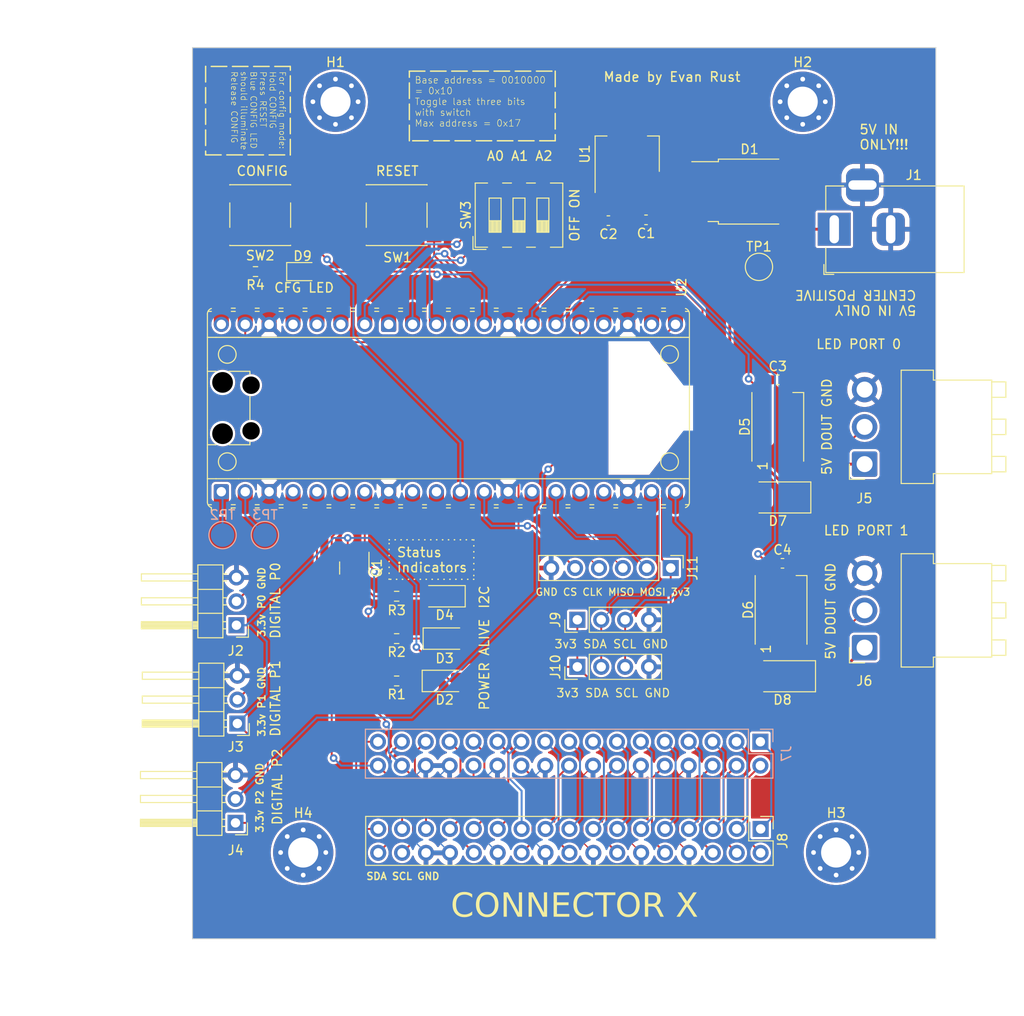
<source format=kicad_pcb>
(kicad_pcb (version 20221018) (generator pcbnew)
  (layers (0 "F.Cu" signal) (31 "B.Cu" signal) (34 "B.Paste" user) (35 "F.Paste" user) (36 "B.SilkS" user "B.Silkscreen") (37 "F.SilkS" user "F.Silkscreen") (38 "B.Mask" user) (39 "F.Mask" user) (44 "Edge.Cuts" user))
  (net 0 "")
  (net 1 "+5V")
  (net 2 "GND")
  (net 3 "+3.3V")
  (net 4 "Net-(D5-VDD)")
  (net 5 "Net-(D6-VDD)")
  (net 6 "Net-(D1-A)")
  (net 7 "Net-(D2-K)")
  (net 8 "Net-(D3-K)")
  (net 9 "/PICO_ALV")
  (net 10 "Net-(D4-A)")
  (net 11 "Net-(D5-DOUT)")
  (net 12 "/MCU/LED0")
  (net 13 "Net-(D6-DOUT)")
  (net 14 "/MCU/LED1")
  (net 15 "Net-(D9-K)")
  (net 16 "/MCU/CFG_LED")
  (net 17 "/MCU/GPIO2")
  (net 18 "/MCU/GPIO3")
  (net 19 "/MCU/GPIO16")
  (net 20 "/RIO_connector/MXP_+5V")
  (net 21 "/RIO_connector/MXP_AO0")
  (net 22 "/RIO_connector/MXP_AI0")
  (net 23 "/RIO_connector/MXP_AO1")
  (net 24 "/RIO_connector/MXP_AI1")
  (net 25 "AGND")
  (net 26 "/RIO_connector/MXP_AI2")
  (net 27 "/RIO_connector/MXP_AI3")
  (net 28 "/RIO_connector/MXP_NAVX_UART_RX")
  (net 29 "/RIO_connector/MXP_DIO0")
  (net 30 "/RIO_connector/MXP_DIO1")
  (net 31 "/RIO_connector/MXP_NAVX_UART_TX")
  (net 32 "/RIO_connector/MXP_DIO2")
  (net 33 "/RIO_connector/MXP_DIO3")
  (net 34 "/RIO_connector/MXP_DIO11")
  (net 35 "/RIO_connector/MXP_NAVX_CS")
  (net 36 "/RIO_connector/MXP_SPI_CLK")
  (net 37 "/RIO_connector/MXP_DIO12")
  (net 38 "/RIO_connector/MXP_CIPO")
  (net 39 "/RIO_connector/MXP_SPI_COPI")
  (net 40 "/RIO_connector/MXP_DIO13")
  (net 41 "/RIO_connector/MXP_PWM0")
  (net 42 "/RIO_connector/MXP_PWM1")
  (net 43 "/RIO_connector/MXP_PWM2")
  (net 44 "/I2C0_SCL")
  (net 45 "/RIO_connector/MXP_+3.3V")
  (net 46 "/MCU/I2C0_SDA")
  (net 47 "/MCU/I2C1_SDA")
  (net 48 "/MCU/I2C1_SCL")
  (net 49 "/MCU/SPI1_MOSI")
  (net 50 "/MCU/SPI1_MISO")
  (net 51 "/MCU/SPI1_CLK")
  (net 52 "/MCU/SPI1_CS")
  (net 53 "Net-(Q1-D)")
  (net 54 "/MCU/RST_SW")
  (net 55 "/MCU/CGF_SETUP")
  (net 56 "/MCU/I2C0_ADDR0")
  (net 57 "/MCU/I2C0_ADDR1")
  (net 58 "/MCU/I2C0_ADDR2")
  (net 59 "/MCU/UART_TX")
  (net 60 "/MCU/UART_RX")
  (net 63 "/MCU/GPIO13")
  (net 64 "/MCU/GPIO17")
  (net 65 "/MCU/GPIO18")
  (footprint "Connector_PinHeader_2.54mm:PinHeader_1x04_P2.54mm_Vertical" (layer "F.Cu") (at 157.7 111.5 90)
    (fp_text reference "J10")
    (fp_text value "I2C 1" hide)
  )
  (footprint "LED_SMD:LED_1206_3216Metric" (layer "F.Cu") (at 143.5 113)
    (fp_text reference "D2")
    (fp_text value "PWR")
  )
  (footprint "Diode_SMD:D_SMA" (layer "F.Cu") (at 179.5 112.5 180)
    (fp_text reference "D8")
    (fp_text value "D_Schottky" hide)
  )
  (footprint "Resistor_SMD:R_0603_1608Metric" (layer "F.Cu") (at 138.5 104)
    (fp_text reference "R3")
    (fp_text value "470" hide)
  )
  (footprint "Button_Switch_SMD:SW_SPST_PTS645" (layer "F.Cu") (at 138.5 63.5)
    (fp_text reference "SW1")
    (fp_text value "RST" hide)
  )
  (footprint "TestPoint:TestPoint_Pad_D2.5mm" (layer "F.Cu") (at 177 69)
    (fp_text reference "TP1")
    (fp_text value "TestPoint" hide)
  )
  (footprint "Resistor_SMD:R_0603_1608Metric" (layer "F.Cu") (at 138.5 108.5 180)
    (fp_text reference "R2")
    (fp_text value "220" hide)
  )
  (footprint "MountingHole:MountingHole_3.2mm_M3_Pad_Via" (layer "F.Cu") (at 181.65 51.45)
    (fp_text reference "H2")
    (fp_text value "MountingHole" hide)
  )
  (footprint "Connector_PinHeader_2.54mm:PinHeader_2x17_P2.54mm_Vertical" (layer "F.Cu") (at 177.18 128.725 -90)
    (fp_text reference "J8")
    (fp_text value "Top side")
  )
  (footprint "LED_SMD:LED_1206_3216Metric" (layer "F.Cu") (at 143.6 108.5)
    (fp_text reference "D3")
    (fp_text value "ALV")
  )
  (footprint "Package_TO_SOT_SMD:TO-252-2" (layer "F.Cu") (at 176 61)
    (fp_text reference "D1")
    (fp_text value "MBRD1060")
  )
  (footprint "Diode_SMD:D_SMA" (layer "F.Cu") (at 179 93.5 180)
    (fp_text reference "D7")
    (fp_text value "D_Schottky" hide)
  )
  (footprint "LED_SMD:LED_WS2812B_PLCC4_5.0x5.0mm_P3.2mm" (layer "F.Cu") (at 179.35 105.45 90)
    (fp_text reference "D6")
    (fp_text value "WS2812B" hide)
  )
  (footprint "Connector_JST:JST_VH_B3PS-VH_1x03_P3.96mm_Horizontal" (layer "F.Cu") (at 188.225 89.96 90)
    (fp_text reference "J5")
    (fp_text value "Conn_01x03_Socket")
  )
  (footprint "Connector_PinHeader_2.54mm:PinHeader_1x04_P2.54mm_Vertical" (layer "F.Cu") (at 157.7 106.5 90)
    (fp_text reference "J9")
    (fp_text value "I2C 0" hide)
  )
  (footprint "Connector_PinHeader_2.54mm:PinHeader_1x06_P2.54mm_Vertical" (layer "F.Cu") (at 167.62 101 -90)
    (fp_text reference "J11")
    (fp_text value "SPI 0" hide)
  )
  (footprint "Connector_PinHeader_2.54mm:PinHeader_1x03_P2.54mm_Horizontal" (layer "F.Cu") (at 121.475 107.08 180)
    (fp_text reference "J2")
    (fp_text value "Conn_01x03_Socket" hide)
  )
  (footprint "Button_Switch_SMD:SW_SPST_PTS645" (layer "F.Cu") (at 124 63.5)
    (fp_text reference "SW2")
    (fp_text value "CONFIG" hide)
  )
  (footprint "Connector_PinHeader_2.54mm:PinHeader_1x03_P2.54mm_Horizontal" (layer "F.Cu") (at 121.575 117.525 180)
    (fp_text reference "J3")
    (fp_text value "Conn_01x03_Socket" hide)
  )
  (footprint "Connector_PinHeader_2.54mm:PinHeader_1x03_P2.54mm_Horizontal" (layer "F.Cu") (at 121.375 128.08 180)
    (fp_text reference "J4")
    (fp_text value "Conn_01x03_Socket" hide)
  )
  (footprint "Resistor_SMD:R_0603_1608Metric" (layer "F.Cu") (at 123.5 69.5 180)
    (fp_text reference "R4")
    (fp_text value "220" hide)
  )
  (footprint "LED_SMD:LED_WS2812B_PLCC4_5.0x5.0mm_P3.2mm" (layer "F.Cu") (at 179 86 90)
    (fp_text reference "D5")
    (fp_text value "WS2812B" hide)
  )
  (footprint "Package_TO_SOT_SMD:SOT-223-3_TabPin2" (layer "F.Cu") (at 163 57 90)
    (fp_text reference "U1")
    (fp_text value "NCP1117-3.3_SOT223" hide)
  )
  (footprint "MountingHole:MountingHole_3.2mm_M3_Pad_Via" (layer "F.Cu") (at 132 51.45)
    (fp_text reference "H1")
    (fp_text value "MountingHole" hide)
  )
  (footprint "Connector_BarrelJack:BarrelJack_Horizontal" (layer "F.Cu") (at 185 65 180)
    (fp_text reference "J1")
    (fp_text value "Barrel_Jack_Switch" hide)
  )
  (footprint "Connector_JST:JST_VH_B3PS-VH_1x03_P3.96mm_Horizontal" (layer "F.Cu") (at 188.225 109.46 90)
    (fp_text reference "J6")
    (fp_text value "Conn_01x03_Socket")
  )
  (footprint "Capacitor_SMD:C_0603_1608Metric" (layer "F.Cu") (at 179 81)
    (fp_text reference "C3")
    (fp_text value "100nF" hide)
  )
  (footprint "LED_SMD:LED_1206_3216Metric" (layer "F.Cu") (at 143.5 104 180)
    (fp_text reference "D4")
    (fp_text value "I2C")
  )
  (footprint "MountingHole:MountingHole_3.2mm_M3_Pad_Via" (layer "F.Cu") (at 185.2 131.23)
    (fp_text reference "H3")
    (fp_text value "MountingHole" hide)
  )
  (footprint "Capacitor_SMD:C_0603_1608Metric" (layer "F.Cu") (at 161 64.085 180)
    (fp_text reference "C2")
    (fp_text value "10uF")
  )
  (footprint "LED_SMD:LED_0805_2012Metric" (layer "F.Cu") (at 128.5 69.5)
    (fp_text reference "D9")
    (fp_text value "CONFIG" hide)
  )
  (footprint "Module_RaspberryPi_Pico:RaspberryPi_Pico_Common" (layer "F.Cu") (at 144 84 90)
    (fp_text reference "U2")
    (fp_text value "RaspberryPi_Pico")
  )
  (footprint "Resistor_SMD:R_0603_1608Metric" (layer "F.Cu") (at 138.5 113 180)
    (fp_text reference "R1")
    (fp_text value "220" hide)
  )
  (footprint "Button_Switch_SMD:SW_DIP_SPSTx03_Slide_6.7x9.18mm_W6.73mm_P2.54mm_LowProfile_JPin" (layer "F.Cu") (at 151.5 63.5 90)
    (fp_text reference "SW3")
    (fp_text value "SW_DIP_x03" hide)
  )
  (footprint "Capacitor_SMD:C_0603_1608Metric" (layer "F.Cu") (at 165 64 180)
    (fp_text reference "C1")
    (fp_text value "10uF")
  )
  (footprint "Package_TO_SOT_SMD:SOT-23" (layer "F.Cu") (at 134 101 -90)
    (fp_text reference "Q1")
    (fp_text value "IRLML5203TRPBF")
  )
  (footprint "Capacitor_SMD:C_0603_1608Metric" (layer "F.Cu") (at 179.5 100.5)
    (fp_text reference "C4")
    (fp_text value "100nF" hide)
  )
  (footprint "MountingHole:MountingHole_3.2mm_M3_Pad_Via" (layer "F.Cu") (at 128.57 131.23)
    (fp_text reference "H4")
    (fp_text value "MountingHole" hide)
  )
  (footprint "Connector_PinSocket_2.54mm:PinSocket_2x17_P2.54mm_Vertical" (layer "B.Cu") (at 177.15 119.46 90)
    (fp_text reference "J7")
    (fp_text value "RIO side")
  )
  (footprint "TestPoint:TestPoint_Pad_D2.5mm" (layer "B.Cu") (at 124.5 97.5 180)
    (fp_text reference "TP3")
    (fp_text value "TestPoint" hide)
  )
  (footprint "TestPoint:TestPoint_Pad_D2.5mm" (layer "B.Cu") (at 120 97.5 180)
    (fp_text reference "TP2")
    (fp_text value "TestPoint" hide)
  )
  (gr_line (start 195.8 140.4) (end 116.8 140.4) (stroke (width 0.1)) (layer "Edge.Cuts"))
  (gr_line (start 195.8 45.7) (end 195.8 140.4) (stroke (width 0.1)) (layer "Edge.Cuts"))
  (gr_line (start 116.8 140.4) (end 116.8 45.7) (stroke (width 0.1)) (layer "Edge.Cuts"))
  (gr_line (start 116.8 45.7) (end 116.9 45.7) (stroke (width 0.1)) (layer "Edge.Cuts"))
  (gr_line (start 116.9 45.7) (end 195.8 45.7) (stroke (width 0.1)) (layer "Edge.Cuts"))
  (gr_text "A0 A1 A2" (at 148 57.8) (layer "F.SilkS") (effects (font (size 1 1)) (justify left bottom)))
  (gr_text "5V DOUT GND" (at 184.8 91.2 90) (layer "F.SilkS") (effects (font (size 1 1)) (justify left bottom)))
  (gr_text "CFG LED" (at 125.4 71.8) (layer "F.SilkS") (effects (font (size 1 1)) (justify left bottom)))
  (gr_text "DIGITAL P2" (at 126.4 128.4 90) (layer "F.SilkS") (effects (font (size 1 1)) (justify left bottom)))
  (gr_text "OFF ON" (at 158 66.4 90) (layer "F.SilkS") (effects (font (size 1 1)) (justify left bottom)))
  (gr_text "LED PORT 1" (at 183.8 97.6) (layer "F.SilkS") (effects (font (size 1 1)) (justify left bottom)))
  (gr_text "5V IN\nONLY!!!" (at 187.6 56.6) (layer "F.SilkS") (effects (font (size 1 1)) (justify left bottom)))
  (gr_text "GND CS CLK MISO MOSI 3v3" (at 153.2 104) (layer "F.SilkS") (effects (font (size 0.762 0.762) (thickness 0.127)) (justify left bottom)))
  (gr_text "DIGITAL P1" (at 126.2 119 90) (layer "F.SilkS") (effects (font (size 1 1)) (justify left bottom)))
  (gr_text "3v3 SDA SCL GND" (at 155.2 109.6) (layer "F.SilkS") (effects (font (size 0.889 0.889) (thickness 0.127)) (justify left bottom)))
  (gr_text "POWER" (at 148.4 116.2 90) (layer "F.SilkS") (effects (font (size 1 1)) (justify left bottom)))
  (gr_text "Made by Evan Rust" (at 160.4 49.4) (layer "F.SilkS") (effects (font (size 1 1)) (justify left bottom)))
  (gr_text "5V IN ONLY\nCENTER POSITIVE" (at 193.8 71.4 180) (layer "F.SilkS") (effects (font (size 1 1)) (justify left bottom)))
  (gr_text "LED PORT 0" (at 183 77.8) (layer "F.SilkS") (effects (font (size 1 1)) (justify left bottom)))
  (gr_text "ALIVE" (at 148.4 110.4 90) (layer "F.SilkS") (effects (font (size 1 1)) (justify left bottom)))
  (gr_text "3.3v P2 GND" (at 124.4 129.2 90) (layer "F.SilkS") (effects (font (size 0.762 0.762)) (justify left bottom)))
  (gr_text "RESET" (at 136.2 59.4) (layer "F.SilkS") (effects (font (size 1 1)) (justify left bottom)))
  (gr_text "I2C" (at 148.4 105.4 90) (layer "F.SilkS") (effects (font (size 1 1)) (justify left bottom)))
  (gr_text "CONFIG" (at 121.4 59.4) (layer "F.SilkS") (effects (font (size 1 1)) (justify left bottom)))
  (gr_text "CONNECTOR X" (at 157.4 137) (layer "F.SilkS") (effects (font (size 2.54 2.54) (thickness 0.2032))))
  (gr_text "3.3v P0 GND" (at 124.6 108.4 90) (layer "F.SilkS") (effects (font (size 0.762 0.762)) (justify left bottom)))
  (gr_text "3v3 SDA SCL GND" (at 155.4 114.8) (layer "F.SilkS") (effects (font (size 0.889 0.889) (thickness 0.127)) (justify left bottom)))
  (gr_text "5V DOUT GND" (at 185.2 110.8 90) (layer "F.SilkS") (effects (font (size 1 1)) (justify left bottom)))
  (gr_text "DIGITAL P0" (at 126.2 108.6 90) (layer "F.SilkS") (effects (font (size 1 1)) (justify left bottom)))
  (gr_text "SDA SCL GND" (at 135.2 134.2) (layer "F.SilkS") (effects (font (size 0.762 0.762)) (justify left bottom)))
  (gr_text "3.3v P1 GND" (at 124.6 119 90) (layer "F.SilkS") (effects (font (size 0.762 0.762)) (justify left bottom)))
  (gr_text_box "Base address = 0010000 = 0x10\nToggle last three bits with switch\nMax address = 0x17" (start 139.85 48.2) (end 155.35 55.6) (layer "F.SilkS") (effects (font (size 0.7112 0.7112) (thickness 0.0635)) (justify left top)) (stroke (width 0.15) (type dash)))
  (gr_text_box "Status indicators" (start 137.7 98) (end 146.7 102.2) (layer "F.SilkS") (effects (font (size 1 1)) (justify left top)) (stroke (width 0.15) (type dot)))
  (gr_text_box "For config mode:\nHold CONFIG\nPress RESET\nBlue CONFIG LED should illuminate\nRelease CONFIG" (start 127.2 47.7) (end 118.2 57.1) (angle 270) (layer "F.SilkS") (effects (font (size 0.635 0.635) (thickness 0.0635)) (justify left top)) (stroke (width 0.15) (type dash)))
  (segment (start 167.9 67.1) (end 167.9 62.75) (width 0.3048) (layer "F.Cu") (net 1))
  (segment (start 173.9 90.4) (end 173.9 73.1) (width 0.3048) (layer "F.Cu") (net 1))
  (segment (start 165.3 60.15) (end 169.53 60.15) (width 0.3048) (layer "F.Cu") (net 1))
  (segment (start 165.775 64) (end 165.3 63.525) (width 0.2032) (layer "F.Cu") (net 1))
  (segment (start 177.5 112.5) (end 174.8 109.8) (width 0.3048) (layer "F.Cu") (net 1))
  (segment (start 169.53 60.15) (end 170.96 58.72) (width 0.3048) (layer "F.Cu") (net 1))
  (segment (start 165.3 63.525) (end 165.3 60.15) (width 0.2032) (layer "F.Cu") (net 1))
  (segment (start 177 93.5) (end 173.9 90.4) (width 0.3048) (layer "F.Cu") (net 1))
  (segment (start 167.9 62.75) (end 165.3 60.15) (width 0.3048) (layer "F.Cu") (net 1))
  (segment (start 173.9 73.1) (end 167.9 67.1) (width 0.3048) (layer "F.Cu") (net 1))
  (segment (start 174.8 109.8) (end 174.8 95.7) (width 0.3048) (layer "F.Cu") (net 1))
  (segment (start 174.8 95.7) (end 177 93.5) (width 0.3048) (layer "F.Cu") (net 1))
  (segment (start 168.4465 130.1515) (end 169.56 131.265) (width 0.127) (layer "F.Cu") (net 2))
  (segment (start 168.4465 123.0835) (end 168.4465 130.1515) (width 0.127) (layer "F.Cu") (net 2))
  (segment (start 159.37 122) (end 158.2865 123.0835) (width 0.127) (layer "F.Cu") (net 2))
  (segment (start 169.53 122) (end 168.4465 123.0835) (width 0.127) (layer "F.Cu") (net 2))
  (segment (start 158.2865 130.1515) (end 159.4 131.265) (width 0.127) (layer "F.Cu") (net 2))
  (segment (start 163.3665 123.0835) (end 163.3665 130.1515) (width 0.127) (layer "F.Cu") (net 2))
  (segment (start 163.3665 130.1515) (end 164.48 131.265) (width 0.127) (layer "F.Cu") (net 2))
  (segment (start 164.45 122) (end 163.3665 123.0835) (width 0.127) (layer "F.Cu") (net 2))
  (segment (start 158.2865 123.0835) (end 158.2865 130.1515) (width 0.127) (layer "F.Cu") (net 2))
  (segment (start 149.21 122) (end 148.1265 123.0835) (width 0.127) (layer "B.Cu") (net 2))
  (segment (start 141.59 122) (end 140.5065 123.0835) (width 0.127) (layer "B.Cu") (net 2))
  (segment (start 153.2065 123.0835) (end 153.2065 130.1515) (width 0.127) (layer "B.Cu") (net 2))
  (segment (start 148.1265 123.0835) (end 148.1265 130.1515) (width 0.127) (layer "B.Cu") (net 2))
  (segment (start 140.5065 123.0835) (end 140.5065 130.1515) (width 0.127) (layer "B.Cu") (net 2))
  (segment (start 143.0465 123.0835) (end 143.0465 130.1515) (width 0.127) (layer "B.Cu") (net 2))
  (segment (start 143.0465 130.1515) (end 144.16 131.265) (width 0.127) (layer "B.Cu") (net 2))
  (segment (start 140.5065 130.1515) (end 141.62 131.265) (width 0.127) (layer "B.Cu") (net 2))
  (segment (start 148.1265 130.1515) (end 149.24 131.265) (width 0.127) (layer "B.Cu") (net 2))
  (segment (start 144.13 122) (end 143.0465 123.0835) (width 0.127) (layer "B.Cu") (net 2))
  (segment (start 153.2065 130.1515) (end 154.32 131.265) (width 0.127) (layer "B.Cu") (net 2))
  (segment (start 154.29 122) (end 153.2065 123.0835) (width 0.127) (layer "B.Cu") (net 2))
  (segment (start 171 73.5) (end 164.9 67.4) (width 0.2032) (layer "F.Cu") (net 3))
  (segment (start 161.775 64.085) (end 163 62.86) (width 0.3048) (layer "F.Cu") (net 3))
  (segment (start 166.6916 100.0716) (end 166.6916 92.770502) (width 0.2032) (layer "F.Cu") (net 3))
  (segment (start 161.775 65.325) (end 161.775 64.085) (width 0.2032) (layer "F.Cu") (net 3))
  (segment (start 123.62 128.08) (end 121.375 128.08) (width 0.2032) (layer "F.Cu") (net 3))
  (segment (start 153.9916 73.1084) (end 161.775 65.325) (width 0.2032) (layer "F.Cu") (net 3))
  (segment (start 167.62 113.38) (end 167.62 101) (width 0.2032) (layer "F.Cu") (net 3))
  (segment (start 166.9 114.1) (end 167.62 113.38) (width 0.2032) (layer "F.Cu") (net 3))
  (segment (start 123 77) (end 153.2 77) (width 0.2032) (layer "F.Cu") (net 3))
  (segment (start 122.41 75.11) (end 122.41 76.41) (width 0.2032) (layer "F.Cu") (net 3))
  (segment (start 166.6916 92.770502) (end 168.962102 90.5) (width 0.2032) (layer "F.Cu") (net 3))
  (segment (start 164.9 67.4) (end 163.9 67.4) (width 0.2032) (layer "F.Cu") (net 3))
  (segment (start 167.62 101) (end 166.6916 100.0716) (width 0.2032) (layer "F.Cu") (net 3))
  (segment (start 157.7 111.5) (end 160.3 114.1) (width 0.2032) (layer "F.Cu") (net 3))
  (segment (start 133.3 97.8) (end 133.3 99.8125) (width 0.2032) (layer "F.Cu") (net 3))
  (segment (start 161.775 65.275) (end 161.775 64.085) (width 0.2032) (layer "F.Cu") (net 3))
  (segment (start 144.9 113) (end 146.4 111.5) (width 0.2032) (layer "F.Cu") (net 3))
  (segment (start 163.9 67.4) (end 161.775 65.275) (width 0.2032) (layer "F.Cu") (net 3))
  (segment (start 157.7 111.5) (end 157.7 106.5) (width 0.2032) (layer "F.Cu") (net 3))
  (segment (start 122.41 76.41) (end 123 77) (width 0.2032) (layer "F.Cu") (net 3))
  (segment (start 146.4 111.5) (end 157.7 111.5) (width 0.2032) (layer "F.Cu") (net 3))
  (segment (start 133.3 99.8125) (end 133.05 100.0625) (width 0.2032) (layer "F.Cu") (net 3))
  (segment (start 153.9916 76.2084) (end 153.9916 73.1084) (width 0.2032) (layer "F.Cu") (net 3))
  (segment (start 144.2 113) (end 144.9 113) (width 0.2032) (layer "F.Cu") (net 3))
  (segment (start 124.8 126.9) (end 123.62 128.08) (width 0.2032) (layer "F.Cu") (net 3))
  (segment (start 153.2 77) (end 153.9916 76.2084) (width 0.2032) (layer "F.Cu") (net 3))
  (segment (start 140.6 109.4) (end 144.2 113) (width 0.2032) (layer "F.Cu") (net 3))
  (segment (start 163 62.86) (end 163 60.15) (width 0.3048) (layer "F.Cu") (net 3))
  (segment (start 168.962102 90.5) (end 169.2 90.5) (width 0.2032) (layer "F.Cu") (net 3))
  (segment (start 121.575 117.525) (end 124.8 120.75) (width 0.2032) (layer "F.Cu") (net 3))
  (segment (start 163 60.15) (end 163 53.85) (width 0.3048) (layer "F.Cu") (net 3))
  (segment (start 124.8 120.75) (end 124.8 126.9) (width 0.2032) (layer "F.Cu") (net 3))
  (segment (start 160.3 114.1) (end 166.9 114.1) (width 0.2032) (layer "F.Cu") (net 3))
  (segment (start 169.2 90.5) (end 171 88.7) (width 0.2032) (layer "F.Cu") (net 3))
  (segment (start 171 88.7) (end 171 73.5) (width 0.2032) (layer "F.Cu") (net 3))
  (via (at 140.6 109.4) (size 0.8) (drill 0.4) (layers "F.Cu" "B.Cu") (net 3))
  (via (at 133.3 97.8) (size 0.8) (drill 0.4) (layers "F.Cu" "B.Cu") (net 3))
  (segment (start 122.98 107.08) (end 124.7 108.8) (width 0.2032) (layer "B.Cu") (net 3))
  (segment (start 135.6 97.8) (end 140 102.2) (width 0.2032) (layer "B.Cu") (net 3))
  (segment (start 124.7 114.4) (end 121.575 117.525) (width 0.2032) (layer "B.Cu") (net 3))
  (segment (start 124.7 108.8) (end 124.7 114.4) (width 0.2032) (layer "B.Cu") (net 3))
  (segment (start 121.475 107.08) (end 122.52 107.08) (width 0.2032) (layer "B.Cu") (net 3))
  (segment (start 140 102.2) (end 140.6 102.8) (width 0.2032) (layer "B.Cu") (net 3))
  (segment (start 131.3 98.3) (end 131.8 97.8) (width 0.2032) (layer "B.Cu") (net 3))
  (segment (start 131.8 97.8) (end 133.3 97.8) (width 0.2032) (layer "B.Cu") (net 3))
  (segment (start 140.6 102.8) (end 140.6 109.4) (width 0.2032) (layer "B.Cu") (net 3))
  (segment (start 122.52 107.08) (end 131.3 98.3) (width 0.2032) (layer "B.Cu") (net 3))
  (segment (start 121.475 107.08) (end 122.98 107.08) (width 0.2032) (layer "B.Cu") (net 3))
  (segment (start 133.3 97.8) (end 135.6 97.8) (width 0.2032) (layer "B.Cu") (net 3))
  (segment (start 178.225 81) (end 178.225 87.575) (width 0.2032) (layer "F.Cu") (net 4))
  (segment (start 184.54 89.96) (end 188.225 89.96) (width 0.3048) (layer "F.Cu") (net 4))
  (segment (start 177.35 89.85) (end 181 93.5) (width 0.3048) (layer "F.Cu") (net 4))
  (segment (start 178.225 87.575) (end 177.35 88.45) (width 0.2032) (layer "F.Cu") (net 4))
  (segment (start 177.35 88.45) (end 177.35 89.85) (width 0.3048) (layer "F.Cu") (net 4))
  (segment (start 181 93.5) (end 184.54 89.96) (width 0.3048) (layer "F.Cu") (net 4))
  (segment (start 181.5 111.7) (end 181.5 112.5) (width 0.3048) (layer "F.Cu") (net 5))
  (segment (start 185.185 112.5) (end 188.225 109.46) (width 0.3048) (layer "F.Cu") (net 5))
  (segment (start 178.725 100.5) (end 178.725 106.875) (width 0.2032) (layer "F.Cu") (net 5))
  (segment (start 178.725 106.875) (end 177.7 107.9) (width 0.2032) (layer "F.Cu") (net 5))
  (segment (start 177.7 107.9) (end 181.5 111.7) (width 0.3048) (layer "F.Cu") (net 5))
  (segment (start 181.5 112.5) (end 185.185 112.5) (width 0.3048) (layer "F.Cu") (net 5))
  (segment (start 177.26 61) (end 181.26 65) (width 0.3048) (layer "F.Cu") (net 6))
  (segment (start 181.26 65) (end 185 65) (width 0.3048) (layer "F.Cu") (net 6))
  (segment (start 177 69) (end 177 61.26) (width 0.3048) (layer "F.Cu") (net 6))
  (segment (start 177 61.26) (end 177.26 61) (width 0.3048) (layer "F.Cu") (net 6))
  (segment (start 139.325 113) (end 142.1 113) (width 0.2032) (layer "F.Cu") (net 7))
  (segment (start 139.325 108.5) (end 142.2 108.5) (width 0.2032) (layer "F.Cu") (net 8))
  (segment (start 151.4516 102.0484) (end 151.4516 87.1484) (width 0.2032) (layer "F.Cu") (net 9))
  (segment (start 157.97 80.63) (end 157.97 75.11) (width 0.2032) (layer "F.Cu") (net 9))
  (segment (start 145 108.5) (end 151.4516 102.0484) (width 0.2032) (layer "F.Cu") (net 9))
  (segment (start 151.4516 87.1484) (end 157.97 80.63) (width 0.2032) (layer "F.Cu") (net 9))
  (segment (start 139.325 104) (end 142.1 104) (width 0.2032) (layer "F.Cu") (net 10))
  (segment (start 180.65 88.45) (end 185.775 88.45) (width 0.2032) (layer "F.Cu") (net 11))
  (segment (start 185.775 88.45) (end 188.225 86) (width 0.2032) (layer "F.Cu") (net 11))
  (segment (start 177.35 82.35) (end 177.35 83.55) (width 0.2032) (layer "F.Cu") (net 12))
  (segment (start 175.9 80.9) (end 177.35 82.35) (width 0.2032) (layer "F.Cu") (net 12))
  (via (at 175.9 80.9) (size 0.8) (drill 0.4) (layers "F.Cu" "B.Cu") (net 12))
  (segment (start 175.9 78.3) (end 175.9 80.9) (width 0.2032) (layer "B.Cu") (net 12))
  (segment (start 155.43 75.11) (end 158.84 71.7) (width 0.2032) (layer "B.Cu") (net 12))
  (segment (start 169.3 71.7) (end 175.9 78.3) (width 0.2032) (layer "B.Cu") (net 12))
  (segment (start 158.84 71.7) (end 169.3 71.7) (width 0.2032) (layer "B.Cu") (net 12))
  (segment (start 185.825 107.9) (end 188.225 105.5) (width 0.2032) (layer "F.Cu") (net 13))
  (segment (start 181 107.9) (end 185.825 107.9) (width 0.2032) (layer "F.Cu") (net 13))
  (segment (start 176.9 99.5) (end 177.7 100.3) (width 0.2032) (layer "F.Cu") (net 14))
  (segment (start 177.7 100.3) (end 177.7 103) (width 0.2032) (layer "F.Cu") (net 14))
  (via (at 176.9 99.5) (size 0.8) (drill 0.4) (layers "F.Cu" "B.Cu") (net 14))
  (segment (start 155.7 70.9) (end 169.07021 70.9) (width 0.2032) (layer "B.Cu") (net 14))
  (segment (start 152.89 73.71) (end 155.7 70.9) (width 0.2032) (layer "B.Cu") (net 14))
  (segment (start 152.89 75.11) (end 152.89 73.71) (width 0.2032) (layer "B.Cu") (net 14))
  (segment (start 169.07021 70.9) (end 178.7 80.52979) (width 0.2032) (layer "B.Cu") (net 14))
  (segment (start 177.4 99.5) (end 176.9 99.5) (width 0.2032) (layer "B.Cu") (net 14))
  (segment (start 178.7 80.52979) (end 178.7 98.2) (width 0.2032) (layer "B.Cu") (net 14))
  (segment (start 178.7 98.2) (end 177.4 99.5) (width 0.2032) (layer "B.Cu") (net 14))
  (segment (start 127.5625 69.5) (end 124.325 69.5) (width 0.2032) (layer "F.Cu") (net 15))
  (segment (start 129.4375 69.5) (end 142.5 69.5) (width 0.2032) (layer "F.Cu") (net 16))
  (segment (start 142.5 69.5) (end 142.8 69.8) (width 0.2032) (layer "F.Cu") (net 16))
  (via (at 142.8 69.8) (size 0.8) (drill 0.4) (layers "F.Cu" "B.Cu") (net 16))
  (segment (start 142.8 69.8) (end 146.3 69.8) (width 0.2032) (layer "B.Cu") (net 16))
  (segment (start 147.81 71.31) (end 147.81 75.11) (width 0.2032) (layer "B.Cu") (net 16))
  (segment (start 146.3 69.8) (end 147.81 71.31) (width 0.2032) (layer "B.Cu") (net 16))
  (segment (start 127.49 98.525) (end 127.49 92.89) (width 0.2032) (layer "F.Cu") (net 17))
  (segment (start 121.475 104.54) (end 127.49 98.525) (width 0.2032) (layer "F.Cu") (net 17))
  (segment (start 121.575 114.985) (end 130.03 106.53) (width 0.2032) (layer "F.Cu") (net 18))
  (segment (start 130.03 106.53) (end 130.03 92.89) (width 0.2032) (layer "F.Cu") (net 18))
  (segment (start 160 85.1) (end 154.6 90.5) (width 0.2032) (layer "F.Cu") (net 19))
  (segment (start 160 77.578158) (end 160 85.1) (width 0.2032) (layer "F.Cu") (net 19))
  (segment (start 160.978158 76.6) (end 160 77.578158) (width 0.2032) (layer "F.Cu") (net 19))
  (segment (start 166.64 76.6) (end 160.978158 76.6) (width 0.2032) (layer "F.Cu") (net 19))
  (segment (start 168.13 75.11) (end 166.64 76.6) (width 0.2032) (layer "F.Cu") (net 19))
  (via (at 154.6 90.5) (size 0.8) (drill 0.4) (layers "F.Cu" "B.Cu") (net 19))
  (segment (start 153.9916 94.0084) (end 153.4 94.6) (width 0.2032) (layer "B.Cu") (net 19))
  (segment (start 140.1016 116.8984) (end 130.0166 116.8984) (width 0.2032) (layer "B.Cu") (net 19))
  (segment (start 153.4 103.6) (end 140.1016 116.8984) (width 0.2032) (layer "B.Cu") (net 19))
  (segment (start 153.9916 91.1084) (end 153.9916 94.0084) (width 0.2032) (layer "B.Cu") (net 19))
  (segment (start 154.6 90.5) (end 153.9916 91.1084) (width 0.2032) (layer "B.Cu") (net 19))
  (segment (start 130.0166 116.8984) (end 121.375 125.54) (width 0.2032) (layer "B.Cu") (net 19))
  (segment (start 153.4 94.6) (end 153.4 103.6) (width 0.2032) (layer "B.Cu") (net 19))
  (segment (start 178.3016 120.6116) (end 178.3016 127.6034) (width 0.2032) (layer "B.Cu") (net 20))
  (segment (start 178.3016 127.6034) (end 177.18 128.725) (width 0.2032) (layer "B.Cu") (net 20))
  (segment (start 177.15 119.46) (end 178.3016 120.6116) (width 0.2032) (layer "B.Cu") (net 20))
  (segment (start 175.7916 123.3584) (end 175.7916 129.8766) (width 0.2032) (layer "F.Cu") (net 21))
  (segment (start 177.15 122) (end 175.7916 123.3584) (width 0.2032) (layer "F.Cu") (net 21))
  (segment (start 175.7916 129.8766) (end 177.18 131.265) (width 0.2032) (layer "F.Cu") (net 21))
  (segment (start 174.61 119.46) (end 175.7616 120.6116) (width 0.2032) (layer "B.Cu") (net 22))
  (segment (start 175.7616 127.6034) (end 174.64 128.725) (width 0.2032) (layer "B.Cu") (net 22))
  (segment (start 175.7616 120.6116) (end 175.7616 127.6034) (width 0.2032) (layer "B.Cu") (net 22))
  (segment (start 173.2516 123.3584) (end 173.2516 129.8766) (width 0.2032) (layer "F.Cu") (net 23))
  (segment (start 173.2516 129.8766) (end 174.64 131.265) (width 0.2032) (layer "F.Cu") (net 23))
  (segment (start 174.61 122) (end 173.2516 123.3584) (width 0.2032) (layer "F.Cu") (net 23))
  (segment (start 173.2216 120.6116) (end 173.2216 127.6034) (width 0.2032) (layer "B.Cu") (net 24))
  (segment (start 173.2216 127.6034) (end 172.1 128.725) (width 0.2032) (layer "B.Cu") (net 24))
  (segment (start 172.07 119.46) (end 173.2216 120.6116) (width 0.2032) (layer "B.Cu") (net 24))
  (segment (start 170.9484 123.1216) (end 170.9484 130.1134) (width 0.2032) (layer "F.Cu") (net 25))
  (segment (start 170.9484 130.1134) (end 172.1 131.265) (width 0.2032) (layer "F.Cu") (net 25))
  (segment (start 172.07 122) (end 170.9484 123.1216) (width 0.2032) (layer "F.Cu") (net 25))
  (segment (start 170.6816 127.6034) (end 169.56 128.725) (width 0.2032) (layer "B.Cu") (net 26))
  (segment (start 170.6816 120.6116) (end 170.6816 127.6034) (width 0.2032) (layer "B.Cu") (net 26))
  (segment (start 169.53 119.46) (end 170.6816 120.6116) (width 0.2032) (layer "B.Cu") (net 26))
  (segment (start 166.99 119.46) (end 168.1416 120.6116) (width 0.2032) (layer "B.Cu") (net 27))
  (segment (start 168.1416 120.6116) (end 168.1416 127.6034) (width 0.2032) (layer "B.Cu") (net 27))
  (segment (start 168.1416 127.6034) (end 167.02 128.725) (width 0.2032) (layer "B.Cu") (net 27))
  (segment (start 165.6316 129.8766) (end 167.02 131.265) (width 0.2032) (layer "F.Cu") (net 28))
  (segment (start 166.99 122) (end 165.6316 123.3584) (width 0.2032) (layer "F.Cu") (net 28))
  (segment (start 165.6316 123.3584) (end 165.6316 129.8766) (width 0.2032) (layer "F.Cu") (net 28))
  (segment (start 164.45 119.46) (end 165.6016 120.6116) (width 0.2032) (layer "B.Cu") (net 29))
  (segment (start 165.6016 127.6034) (end 164.48 128.725) (width 0.2032) (layer "B.Cu") (net 29))
  (segment (start 165.6016 120.6116) (end 165.6016 127.6034) (width 0.2032) (layer "B.Cu") (net 29))
  (segment (start 163.0616 127.6034) (end 161.94 128.725) (width 0.2032) (layer "B.Cu") (net 30))
  (segment (start 161.91 119.46) (end 163.0616 120.6116) (width 0.2032) (layer "B.Cu") (net 30))
  (segment (start 163.0616 120.6116) (end 163.0616 127.6034) (width 0.2032) (layer "B.Cu") (net 30))
  (segment (start 160.7884 130.1134) (end 161.94 131.265) (width 0.2032) (layer "F.Cu") (net 31))
  (segment (start 160.7884 123.1216) (end 160.7884 130.1134) (width 0.2032) (layer "F.Cu") (net 31))
  (segment (start 161.91 122) (end 160.7884 123.1216) (width 0.2032) (layer "F.Cu") (net 31))
  (segment (start 160.5216 127.6034) (end 159.4 128.725) (width 0.2032) (layer "B.Cu") (net 32))
  (segment (start 160.5216 120.6116) (end 160.5216 127.6034) (width 0.2032) (layer "B.Cu") (net 32))
  (segment (start 159.37 119.46) (end 160.5216 120.6116) (width 0.2032) (layer "B.Cu") (net 32))
  (segment (start 157.9816 127.6034) (end 156.86 128.725) (width 0.2032) (layer "B.Cu") (net 33))
  (segment (start 157.9816 120.6116) (end 157.9816 127.6034) (width 0.2032) (layer "B.Cu") (net 33))
  (segment (start 156.83 119.46) (end 157.9816 120.6116) (width 0.2032) (layer "B.Cu") (net 33))
  (segment (start 156.83 122) (end 155.7084 123.1216) (width 0.2032) (layer "F.Cu") (net 34))
  (segment (start 155.7084 123.1216) (end 155.7084 130.1134) (width 0.2032) (layer "F.Cu") (net 34))
  (segment (start 155.7084 130.1134) (end 156.86 131.265) (width 0.2032) (layer "F.Cu") (net 34))
  (segment (start 155.6784 120.8484) (end 154.29 119.46) (width 0.2032) (layer "B.Cu") (net 35))
  (segment (start 154.32 128.725) (end 155.6784 127.3666) (width 0.2032) (layer "B.Cu") (net 35))
  (segment (start 155.6784 127.3666) (end 155.6784 120.8484) (width 0.2032) (layer "B.Cu") (net 35))
  (segment (start 150.4 120.81) (end 151.75 119.46) (width 0.2032) (layer "B.Cu") (net 36))
  (segment (start 151.78 128.725) (end 151.78 124.68) (width 0.2032) (layer "B.Cu") (net 36))
  (segment (start 150.4 123.3) (end 150.4 120.81) (width 0.2032) (layer "B.Cu") (net 36))
  (segment (start 151.78 124.68) (end 150.4 123.3) (width 0.2032) (layer "B.Cu") (net 36))
  (segment (start 152.9316 130.1134) (end 151.78 131.265) (width 0.2032) (layer "F.Cu") (net 37))
  (segment (start 152.9316 123.1816) (end 152.9316 130.1134) (width 0.2032) (layer "F.Cu") (net 37))
  (segment (start 151.75 122) (end 152.9316 123.1816) (width 0.2032) (layer "F.Cu") (net 37))
  (segment (start 149.21 119.46) (end 150.3616 120.6116) (width 0.2032) (layer "F.Cu") (net 38))
  (segment (start 150.3616 120.6116) (end 150.3616 127.6034) (width 0.2032) (layer "F.Cu") (net 38))
  (segment (start 150.3616 127.6034) (end 149.24 128.725) (width 0.2032) (layer "F.Cu") (net 38))
  (segment (start 146.67 119.46) (end 147.8216 120.6116) (width 0.2032) (layer "F.Cu") (net 39))
  (segment (start 147.8216 120.6116) (end 147.8216 127.6034) (width 0.2032) (layer "F.Cu") (net 39))
  (segment (start 147.8216 127.6034) (end 146.7 128.725) (width 0.2032) (layer "F.Cu") (net 39))
  (segment (start 146.7 131.265) (end 145.3116 129.8766) (width 0.2032) (layer "F.Cu") (net 40))
  (segment (start 145.3116 128.211601) (end 146.67 126.853201) (width 0.2032) (layer "F.Cu") (net 40))
  (segment (start 145.3116 129.8766) (end 145.3116 128.211601) (width 0.2032) (layer "F.Cu") (net 40))
  (segment (start 146.67 126.853201) (end 146.67 122) (width 0.2032) (layer "F.Cu") (net 40))
  (segment (start 145.2816 120.6116) (end 145.2816 127.6034) (width 0.2032) (layer "F.Cu") (net 41))
  (segment (start 144.13 119.46) (end 145.2816 120.6116) (width 0.2032) (layer "F.Cu") (net 41))
  (segment (start 145.2816 127.6034) (end 144.16 128.725) (width 0.2032) (layer "F.Cu") (net 41))
  (segment (start 141.59 119.46) (end 140.4384 120.6116) (width 0.2032) (layer "F.Cu") (net 42))
  (segment (start 140.4384 122.818189) (end 141.62 123.999789) (width 0.2032) (layer "F.Cu") (net 42))
  (segment (start 140.4384 120.6116) (end 140.4384 122.818189) (width 0.2032) (layer "F.Cu") (net 42))
  (segment (start 141.62 123.999789) (end 141.62 128.725) (width 0.2032) (layer "F.Cu") (net 42))
  (segment (start 139.08 123.99979) (end 139.08 128.725) (width 0.2032) (layer "F.Cu") (net 43))
  (segment (start 137.8 122.71979) (end 139.08 123.99979) (width 0.2032) (layer "F.Cu") (net 43))
  (segment (start 139.05 119.46) (end 137.8 120.71) (width 0.2032) (layer "F.Cu") (net 43))
  (segment (start 137.8 120.71) (end 137.8 122.71979) (width 0.2032) (layer "F.Cu") (net 43))
  (segment (start 135.11 99.9025) (end 135.11 92.89) (width 0.2032) (layer "F.Cu") (net 44))
  (segment (start 135.5 115.4) (end 135.5 105.6) (width 0.2032) (layer "F.Cu") (net 44))
  (segment (start 136.1 101.4) (end 136.1 101.2125) (width 0.2032) (layer "F.Cu") (net 44))
  (segment (start 136.6 116.5) (end 137.4 117.3) (width 0.2032) (layer "F.Cu") (net 44))
  (segment (start 140.2316 123.1816) (end 140.2316 130.1134) (width 0.2032) (layer "F.Cu") (net 44))
  (segment (start 136.1 101.2125) (end 134.95 100.0625) (width 0.2032) (layer "F.Cu") (net 44))
  (segment (start 134.95 100.0625) (end 135.11 99.9025) (width 0.2032) (layer "F.Cu") (net 44))
  (segment (start 140.2316 130.1134) (end 139.08 131.265) (width 0.2032) (layer "F.Cu") (net 44))
  (segment (start 136.6 116.5) (end 135.5 115.4) (width 0.2032) (layer "F.Cu") (net 44))
  (segment (start 137.4 117.3) (end 137.4 117.6) (width 0.2032) (layer "F.Cu") (net 44))
  (segment (start 139.05 122) (end 140.2316 123.1816) (width 0.2032) (layer "F.Cu") (net 44))
  (via (at 135.5 105.6) (size 0.8) (drill 0.4) (layers "F.Cu" "B.Cu") (net 44))
  (via (at 136.1 101.4) (size 0.8) (drill 0.4) (layers "F.Cu" "B.Cu") (net 44))
  (via (at 137.4 117.6) (size 0.8) (drill 0.4) (layers "F.Cu" "B.Cu") (net 44))
  (segment (start 137.4 117.6) (end 137.6616 117.8616) (width 0.2032) (layer "B.Cu") (net 44))
  (segment (start 137.6616 120.6116) (end 139.05 122) (width 0.2032) (layer "B.Cu") (net 44))
  (segment (start 136.1 105) (end 136.1 101.4) (width 0.2032) (layer "B.Cu") (net 44))
  (segment (start 137.6616 117.8616) (end 137.6616 120.6116) (width 0.2032) (layer "B.Cu") (net 44))
  (segment (start 135.5 105.6) (end 136.1 105) (width 0.2032) (layer "B.Cu") (net 44))
  (segment (start 135.125 128.725) (end 136.54 128.725) (width 0.2032) (layer "F.Cu") (net 45))
  (segment (start 136.51 119.46) (end 134.54 119.46) (width 0.2032) (layer "F.Cu") (net 45))
  (segment (start 134.2 119.8) (end 134.2 127.8) (width 0.2032) (layer "F.Cu") (net 45))
  (segment (start 134.2 127.8) (end 135.125 128.725) (width 0.2032) (layer "F.Cu") (net 45))
  (segment (start 134.54 119.46) (end 134.2 119.8) (width 0.2032) (layer "F.Cu") (net 45))
  (segment (start 132.57 92.89) (end 132.57 96.73) (width 0.2032) (layer "F.Cu") (net 46))
  (segment (start 136.51 122) (end 137.6916 123.1816) (width 0.2032) (layer "F.Cu") (net 46))
  (segment (start 132.57 96.73) (end 131.6 97.7) (width 0.2032) (layer "F.Cu") (net 46))
  (segment (start 137.6916 130.1134) (end 136.54 131.265) (width 0.2032) (layer "F.Cu") (net 46))
  (segment (start 137.6916 123.1816) (end 137.6916 130.1134) (width 0.2032) (layer "F.Cu") (net 46))
  (segment (start 131.6 97.7) (end 131.6 121) (width 0.2032) (layer "F.Cu") (net 46))
  (segment (start 131.6 121) (end 131.8 121.2) (width 0.2032) (layer "F.Cu") (net 46))
  (via (at 131.8 121.2) (size 0.8) (drill 0.4) (layers "F.Cu" "B.Cu") (net 46))
  (segment (start 131.8 121.2) (end 132.6 122) (width 0.2032) (layer "B.Cu") (net 46))
  (segment (start 132.6 122) (end 136.51 122) (width 0.2032) (layer "B.Cu") (net 46))
  (segment (start 160.24 111.5) (end 160.24 106.5) (width 0.2032) (layer "F.Cu") (net 47))
  (segment (start 161.1 104.9) (end 161.1 105.64) (width 0.127) (layer "B.Cu") (net 47))
  (segment (start 166.389999 102.110001) (end 164.5 104) (width 0.127) (layer "B.Cu") (net 47))
  (segment (start 162 104) (end 161.1 104.9) (width 0.127) (layer "B.Cu") (net 47))
  (segment (start 164.5 104) (end 162 104) (width 0.127) (layer "B.Cu") (net 47))
  (segment (start 165.59 92.89) (end 166.389999 93.689999) (width 0.127) (layer "B.Cu") (net 47))
  (segment (start 166.389999 93.689999) (end 166.389999 102.110001) (width 0.127) (layer "B.Cu") (net 47))
  (segment (start 161.1 105.64) (end 160.24 106.5) (width 0.127) (layer "B.Cu") (net 47))
  (segment (start 162.78 111.5) (end 162.78 106.5) (width 0.2032) (layer "F.Cu") (net 48))
  (segment (start 169.6 97.5) (end 168.13 96.03) (width 0.2032) (layer "B.Cu") (net 48))
  (segment (start 169.6 102.4) (end 169.6 97.5) (width 0.2032) (layer "B.Cu") (net 48))
  (segment (start 168.13 96.03) (end 168.13 92.89) (width 0.2032) (layer "B.Cu") (net 48))
  (segment (start 164.88 104.4) (end 167.6 104.4) (width 0.2032) (layer "B.Cu") (net 48))
  (segment (start 162.78 106.5) (end 164.88 104.4) (width 0.2032) (layer "B.Cu") (net 48))
  (segment (start 167.6 104.4) (end 169.6 102.4) (width 0.2032) (layer "B.Cu") (net 48))
  (segment (start 165.08 101) (end 161.78 97.7) (width 0.127) (layer "B.Cu") (net 49))
  (segment (start 161.78 97.7) (end 157.6 97.7) (width 0.127) (layer "B.Cu") (net 49))
  (segment (start 157.6 97.7) (end 155.43 95.53) (width 0.127) (layer "B.Cu") (net 49))
  (segment (start 155.43 95.53) (end 155.43 92.89) (width 0.127) (layer "B.Cu") (net 49))
  (segment (start 157.97 96.43) (end 157.97 92.89) (width 0.127) (layer "F.Cu") (net 50))
  (segment (start 162.54 101) (end 157.97 96.43) (width 0.127) (layer "F.Cu") (net 50))
  (segment (start 160 101) (end 158.1 99.1) (width 0.127) (layer "F.Cu") (net 51))
  (segment (start 152.89 92.89) (end 152.89 94.02137) (width 0.127) (layer "F.Cu") (net 51))
  (segment (start 152.89 94.02137) (end 157.96863 99.1) (width 0.127) (layer "F.Cu") (net 51))
  (segment (start 158.1 99.1) (end 157.96863 99.1) (width 0.127) (layer "F.Cu") (net 51))
  (segment (start 152.98 96.52) (end 152.4 96.52) (width 0.2032) (layer "F.Cu") (net 52))
  (segment (start 157.46 101) (end 152.98 96.52) (width 0.2032) (layer "F.Cu") (net 52))
  (via (at 152.4 96.52) (size 0.8) (drill 0.4) (layers "F.Cu" "B.Cu") (net 52))
  (segment (start 147.81 95.74) (end 147.81 92.89) (width 0.2032) (layer "B.Cu") (net 52))
  (segment (start 148.59 96.52) (end 147.81 95.74) (width 0.2032) (layer "B.Cu") (net 52))
  (segment (start 152.4 96.52) (end 148.59 96.52) (width 0.2032) (layer "B.Cu") (net 52))
  (segment (start 136.0625 104) (end 137.675 104) (width 0.2032) (layer "F.Cu") (net 53))
  (segment (start 134 101.9375) (end 136.0625 104) (width 0.2032) (layer "F.Cu") (net 53))
  (segment (start 134.52 65.75) (end 142.48 65.75) (width 0.127) (layer "F.Cu") (net 54))
  (segment (start 142.48 65.75) (end 142.48 67.78) (width 0.2032) (layer "F.Cu") (net 54))
  (segment (start 145.27 70.57) (end 145.27 75.11) (width 0.2032) (layer "F.Cu") (net 54))
  (segment (start 142.48 67.78) (end 145.27 70.57) (width 0.2032) (layer "F.Cu") (net 54))
  (segment (start 128.65 65.75) (end 131.1 68.2) (width 0.2032) (layer "F.Cu") (net 55))
  (segment (start 120.02 65.75) (end 127.98 65.75) (width 0.127) (layer "F.Cu") (net 55))
  (segment (start 127.98 65.75) (end 128.65 65.75) (width 0.2032) (layer "F.Cu") (net 55))
  (via (at 131.1 68.2) (size 0.8) (drill 0.4) (layers "F.Cu" "B.Cu") (net 55))
  (segment (start 145.27 87.67) (end 145.27 92.89) (width 0.2032) (layer "B.Cu") (net 55))
  (segment (start 133.9 76.3) (end 145.27 87.67) (width 0.2032) (layer "B.Cu") (net 55))
  (segment (start 133.9 71) (end 133.9 76.3) (width 0.2032) (layer "B.Cu") (net 55))
  (segment (start 131.1 68.2) (end 133.9 71) (width 0.2032) (layer "B.Cu") (net 55))
  (segment (start 148.96 66.865) (end 146.735 66.865) (width 0.2032) (layer "F.Cu") (net 56))
  (segment (start 146.735 66.865) (end 145.3 68.3) (width 0.2032) (layer "F.Cu") (net 56))
  (via (at 145.3 68.3) (size 0.8) (drill 0.4) (layers "F.Cu" "B.Cu") (net 56))
  (segment (start 142 74.38) (end 142.73 75.11) (width 0.2032) (layer "B.Cu") (net 56))
  (segment (start 142.6 68.3) (end 142 68.9) (width 0.2032) (layer "B.Cu") (net 56))
  (segment (start 145.3 68.3) (end 142.6 68.3) (width 0.2032) (layer "B.Cu") (net 56))
  (segment (start 142 68.9) (end 142 74.38) (width 0.2032) (layer "B.Cu") (net 56))
  (segment (start 145.165995 69.164895) (end 143.6 67.5989) (width 0.2032) (layer "F.Cu") (net 57))
  (segment (start 151.5 66.865) (end 151.5 67.385) (width 0.2032) (layer "F.Cu") (net 57))
  (segment (start 151.5 67.385) (end 149.720105 69.164895) (width 0.2032) (layer "F.Cu") (net 57))
  (segment (start 149.720105 69.164895) (end 145.165995 69.164895) (width 0.2032) (layer "F.Cu") (net 57))
  (via (at 143.6 67.5989) (size 0.8) (drill 0.4) (layers "F.Cu" "B.Cu") (net 57))
  (segment (start 143.6 67.5989) (end 142.73089 67.5989) (width 0.2032) (layer "B.Cu") (net 57))
  (segment (start 142.73089 67.5989) (end 140.19 70.13979) (width 0.2032) (layer "B.Cu") (net 57))
  (segment (start 140.19 70.13979) (end 140.19 75.11) (width 0.2032) (layer "B.Cu") (net 57))
  (segment (start 154.04 66.865) (end 154.04 66.54) (width 0.2032) (layer "F.Cu") (net 58))
  (segment (start 154.04 66.54) (end 152.5 65) (width 0.2032) (layer "F.Cu") (net 58))
  (segment (start 152.5 65) (end 146.5 65) (width 0.2032) (layer "F.Cu") (net 58))
  (segment (start 146.5 65) (end 144.9 66.6) (width 0.2032) (layer "F.Cu") (net 58))
  (via (at 144.9 66.6) (size 0.8) (drill 0.4) (layers "F.Cu" "B.Cu") (net 58))
  (segment (start 144.9 66.6) (end 141.6 66.6) (width 0.2032) (layer "B.Cu") (net 58))
  (segment (start 135.11 73.09) (end 135.11 75.11) (width 0.2032) (layer "B.Cu") (net 58))
  (segment (start 141.6 66.6) (end 135.11 73.09) (width 0.2032) (layer "B.Cu") (net 58))
  (segment (start 120 93.02) (end 120 97.5) (width 0.2032) (layer "B.Cu") (net 59))
  (segment (start 119.87 92.89) (end 120 93.02) (width 0.2032) (layer "B.Cu") (net 59))
  (segment (start 122.41 92.89) (end 122.41 95.41) (width 0.2032) (layer "B.Cu") (net 60))
  (segment (start 122.41 95.41) (end 124.5 97.5) (width 0.2032) (layer "B.Cu") (net 60))
  (zone (net 2) (net_name "GND") (layers "F&B.Cu") (name "GND") (connect_pads (clearance 0.254)) (min_thickness 0.2032) (fill yes (thermal_gap 0.5) (thermal_bridge_width 0.5))
    (polygon (pts (xy 114.3 40.64) (xy 203.2 40.64) (xy 203.2 147.32) (xy 113.03 148.59)))
  )
)
</source>
